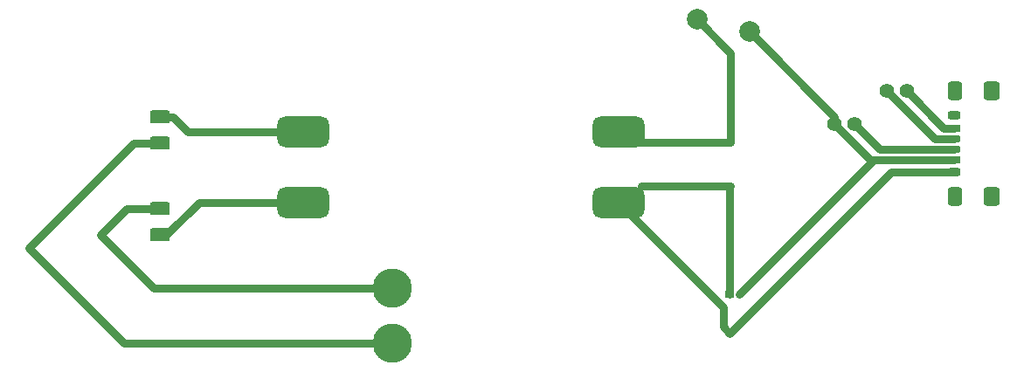
<source format=gbr>
%TF.GenerationSoftware,KiCad,Pcbnew,9.0.5*%
%TF.CreationDate,2025-10-22T09:55:28-06:00*%
%TF.ProjectId,powerBank,706f7765-7242-4616-9e6b-2e6b69636164,rev?*%
%TF.SameCoordinates,Original*%
%TF.FileFunction,Copper,L1,Top*%
%TF.FilePolarity,Positive*%
%FSLAX46Y46*%
G04 Gerber Fmt 4.6, Leading zero omitted, Abs format (unit mm)*
G04 Created by KiCad (PCBNEW 9.0.5) date 2025-10-22 09:55:28*
%MOMM*%
%LPD*%
G01*
G04 APERTURE LIST*
G04 Aperture macros list*
%AMRoundRect*
0 Rectangle with rounded corners*
0 $1 Rounding radius*
0 $2 $3 $4 $5 $6 $7 $8 $9 X,Y pos of 4 corners*
0 Add a 4 corners polygon primitive as box body*
4,1,4,$2,$3,$4,$5,$6,$7,$8,$9,$2,$3,0*
0 Add four circle primitives for the rounded corners*
1,1,$1+$1,$2,$3*
1,1,$1+$1,$4,$5*
1,1,$1+$1,$6,$7*
1,1,$1+$1,$8,$9*
0 Add four rect primitives between the rounded corners*
20,1,$1+$1,$2,$3,$4,$5,0*
20,1,$1+$1,$4,$5,$6,$7,0*
20,1,$1+$1,$6,$7,$8,$9,0*
20,1,$1+$1,$8,$9,$2,$3,0*%
G04 Aperture macros list end*
%TA.AperFunction,SMDPad,CuDef*%
%ADD10RoundRect,0.175000X0.425000X-0.175000X0.425000X0.175000X-0.425000X0.175000X-0.425000X-0.175000X0*%
%TD*%
%TA.AperFunction,SMDPad,CuDef*%
%ADD11RoundRect,0.190000X-0.410000X0.190000X-0.410000X-0.190000X0.410000X-0.190000X0.410000X0.190000X0*%
%TD*%
%TA.AperFunction,SMDPad,CuDef*%
%ADD12RoundRect,0.200000X-0.400000X0.200000X-0.400000X-0.200000X0.400000X-0.200000X0.400000X0.200000X0*%
%TD*%
%TA.AperFunction,SMDPad,CuDef*%
%ADD13RoundRect,0.175000X-0.425000X0.175000X-0.425000X-0.175000X0.425000X-0.175000X0.425000X0.175000X0*%
%TD*%
%TA.AperFunction,SMDPad,CuDef*%
%ADD14RoundRect,0.190000X0.410000X-0.190000X0.410000X0.190000X-0.410000X0.190000X-0.410000X-0.190000X0*%
%TD*%
%TA.AperFunction,SMDPad,CuDef*%
%ADD15RoundRect,0.200000X0.400000X-0.200000X0.400000X0.200000X-0.400000X0.200000X-0.400000X-0.200000X0*%
%TD*%
%TA.AperFunction,SMDPad,CuDef*%
%ADD16RoundRect,0.250000X0.425000X-0.650000X0.425000X0.650000X-0.425000X0.650000X-0.425000X-0.650000X0*%
%TD*%
%TA.AperFunction,SMDPad,CuDef*%
%ADD17RoundRect,0.250000X0.500000X-0.650000X0.500000X0.650000X-0.500000X0.650000X-0.500000X-0.650000X0*%
%TD*%
%TA.AperFunction,ComponentPad*%
%ADD18RoundRect,0.190500X0.762000X0.444500X-0.762000X0.444500X-0.762000X-0.444500X0.762000X-0.444500X0*%
%TD*%
%TA.AperFunction,ComponentPad*%
%ADD19C,1.400000*%
%TD*%
%TA.AperFunction,ComponentPad*%
%ADD20RoundRect,0.750000X-1.750000X-0.750000X1.750000X-0.750000X1.750000X0.750000X-1.750000X0.750000X0*%
%TD*%
%TA.AperFunction,ComponentPad*%
%ADD21C,3.800000*%
%TD*%
%TA.AperFunction,SMDPad,CuDef*%
%ADD22RoundRect,0.075000X-0.390000X-0.275000X0.390000X-0.275000X0.390000X0.275000X-0.390000X0.275000X0*%
%TD*%
%TA.AperFunction,SMDPad,CuDef*%
%ADD23RoundRect,0.075000X-0.075000X-0.275000X0.075000X-0.275000X0.075000X0.275000X-0.075000X0.275000X0*%
%TD*%
%TA.AperFunction,ComponentPad*%
%ADD24C,2.010000*%
%TD*%
%TA.AperFunction,Conductor*%
%ADD25C,0.800000*%
%TD*%
%TA.AperFunction,Conductor*%
%ADD26C,0.200000*%
%TD*%
G04 APERTURE END LIST*
D10*
%TO.P,J2,A5,CC1*%
%TO.N,Net-(J2-CC1)*%
X189405000Y-66585000D03*
D11*
%TO.P,J2,A9,VBUS*%
%TO.N,Net-(D1-A)*%
X189405000Y-64565000D03*
D12*
%TO.P,J2,A12,GND*%
%TO.N,Net-(D1-K)*%
X189405000Y-63335000D03*
D13*
%TO.P,J2,B5,CC2*%
%TO.N,Net-(J2-CC2)*%
X189405000Y-65585000D03*
D14*
%TO.P,J2,B9,VBUS*%
%TO.N,Net-(D1-A)*%
X189405000Y-67605000D03*
D15*
%TO.P,J2,B12,GND*%
%TO.N,Net-(D1-K)*%
X189405000Y-68835000D03*
D16*
%TO.P,J2,S1,SHIELD*%
X189460000Y-71210000D03*
D17*
X193040000Y-71210000D03*
D16*
X189460000Y-60960000D03*
D17*
X193040000Y-60960000D03*
%TD*%
D18*
%TO.P,U1,1,out+*%
%TO.N,Net-(U1-out+)*%
X112395000Y-74930000D03*
%TO.P,U1,2,b+*%
%TO.N,Net-(U1-b+)*%
X112395000Y-72390000D03*
%TO.P,U1,3,b-*%
%TO.N,Net-(U1-b-)*%
X112395000Y-66040000D03*
%TO.P,U1,4,out-*%
%TO.N,Net-(U1-out-)*%
X112395000Y-63500000D03*
%TD*%
D19*
%TO.P,R1,1*%
%TO.N,Net-(D1-A)*%
X177800000Y-64135000D03*
%TO.P,R1,2*%
%TO.N,Net-(J2-CC1)*%
X179700000Y-64135000D03*
%TD*%
D20*
%TO.P,U2,1,vout+*%
%TO.N,Net-(U1-out+)*%
X126345000Y-71755000D03*
%TO.P,U2,2,vout-*%
%TO.N,Net-(U1-out-)*%
X126345000Y-64955000D03*
%TO.P,U2,3,vin+*%
%TO.N,Net-(U2-vin+)*%
X156845000Y-64955000D03*
%TO.P,U2,4,vin-*%
%TO.N,Net-(D1-K)*%
X156845000Y-71755000D03*
%TD*%
D21*
%TO.P,H1,1,1*%
%TO.N,Net-(U1-b+)*%
X134980000Y-80090000D03*
%TD*%
D19*
%TO.P,R2,1*%
%TO.N,Net-(J2-CC2)*%
X182880000Y-60960000D03*
%TO.P,R2,2*%
%TO.N,Net-(D1-A)*%
X184780000Y-60960000D03*
%TD*%
D21*
%TO.P,H2,1,1*%
%TO.N,Net-(U1-b-)*%
X134980000Y-85440000D03*
%TD*%
D22*
%TO.P,D1,1,K*%
%TO.N,Net-(D1-K)*%
X167640000Y-80645000D03*
D23*
%TO.P,D1,2,A*%
%TO.N,Net-(D1-A)*%
X168525000Y-80645000D03*
%TD*%
D24*
%TO.P,F1,1*%
%TO.N,Net-(U2-vin+)*%
X164455000Y-54010000D03*
%TO.P,F1,2*%
%TO.N,Net-(D1-A)*%
X169555000Y-55210000D03*
%TD*%
D25*
%TO.N,Net-(U1-out-)*%
X115120000Y-64955000D02*
X113665000Y-63500000D01*
X113665000Y-63500000D02*
X112395000Y-63500000D01*
X115120000Y-64955000D02*
X126345000Y-64955000D01*
%TO.N,Net-(U1-out+)*%
X113030000Y-74930000D02*
X116205000Y-71755000D01*
D26*
X112395000Y-74930000D02*
X113030000Y-74930000D01*
D25*
X116205000Y-71755000D02*
X126345000Y-71755000D01*
%TO.N,Net-(U1-b+)*%
X106680000Y-74930000D02*
X111840000Y-80090000D01*
X112395000Y-72390000D02*
X109220000Y-72390000D01*
X109220000Y-72390000D02*
X106680000Y-74930000D01*
X111840000Y-80090000D02*
X134980000Y-80090000D01*
%TO.N,Net-(U1-b-)*%
X134980000Y-85440000D02*
X108935000Y-85440000D01*
X99695000Y-76200000D02*
X109855000Y-66040000D01*
X108935000Y-85440000D02*
X99695000Y-76200000D01*
X109855000Y-66040000D02*
X112395000Y-66040000D01*
%TO.N,Net-(D1-A)*%
X188385000Y-64565000D02*
X189405000Y-64565000D01*
X181565000Y-67605000D02*
X189405000Y-67605000D01*
X168525000Y-80645000D02*
X181565000Y-67605000D01*
X177800000Y-64135000D02*
X181270000Y-67605000D01*
D26*
X181270000Y-67605000D02*
X181565000Y-67605000D01*
D25*
X169555000Y-55210000D02*
X177800000Y-63455000D01*
D26*
X177800000Y-63455000D02*
X177800000Y-64135000D01*
D25*
X184780000Y-60960000D02*
X188385000Y-64565000D01*
D26*
%TO.N,Net-(D1-K)*%
X167640000Y-70277500D02*
X167742500Y-70175000D01*
D25*
X167640000Y-84455000D02*
X167005000Y-83820000D01*
X167005000Y-83820000D02*
X167005000Y-81915000D01*
D26*
X157480000Y-71755000D02*
X159060000Y-70175000D01*
X156845000Y-71755000D02*
X157480000Y-71755000D01*
D25*
X189405000Y-68835000D02*
X183260000Y-68835000D01*
X159060000Y-70175000D02*
X167742500Y-70175000D01*
X183260000Y-68835000D02*
X167640000Y-84455000D01*
X167640000Y-80645000D02*
X167640000Y-70277500D01*
X167005000Y-81915000D02*
X156845000Y-71755000D01*
%TO.N,Net-(J2-CC1)*%
X179700000Y-64135000D02*
X182150000Y-66585000D01*
X182150000Y-66585000D02*
X189405000Y-66585000D01*
%TO.N,Net-(J2-CC2)*%
X187505000Y-65585000D02*
X189405000Y-65585000D01*
X182880000Y-60960000D02*
X187505000Y-65585000D01*
%TO.N,Net-(U2-vin+)*%
X157795000Y-65905000D02*
X167742500Y-65905000D01*
X167742500Y-57297500D02*
X164455000Y-54010000D01*
D26*
X156845000Y-64955000D02*
X157795000Y-65905000D01*
D25*
X167742500Y-65905000D02*
X167742500Y-57297500D01*
%TD*%
M02*

</source>
